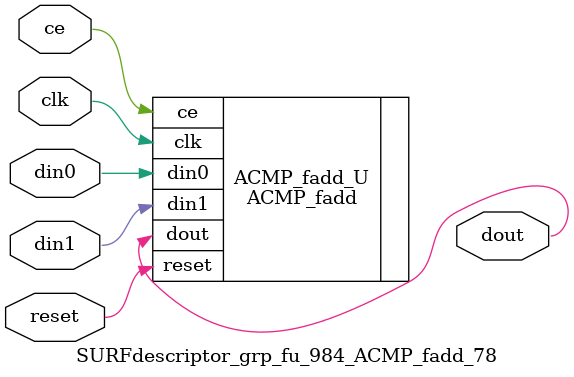
<source format=v>

`timescale 1 ns / 1 ps
module SURFdescriptor_grp_fu_984_ACMP_fadd_78(
    clk,
    reset,
    ce,
    din0,
    din1,
    dout);

parameter ID = 32'd1;
parameter NUM_STAGE = 32'd1;
parameter din0_WIDTH = 32'd1;
parameter din1_WIDTH = 32'd1;
parameter dout_WIDTH = 32'd1;
input clk;
input reset;
input ce;
input[din0_WIDTH - 1:0] din0;
input[din1_WIDTH - 1:0] din1;
output[dout_WIDTH - 1:0] dout;



ACMP_fadd #(
.ID( ID ),
.NUM_STAGE( 4 ),
.din0_WIDTH( din0_WIDTH ),
.din1_WIDTH( din1_WIDTH ),
.dout_WIDTH( dout_WIDTH ))
ACMP_fadd_U(
    .clk( clk ),
    .reset( reset ),
    .ce( ce ),
    .din0( din0 ),
    .din1( din1 ),
    .dout( dout ));

endmodule

</source>
